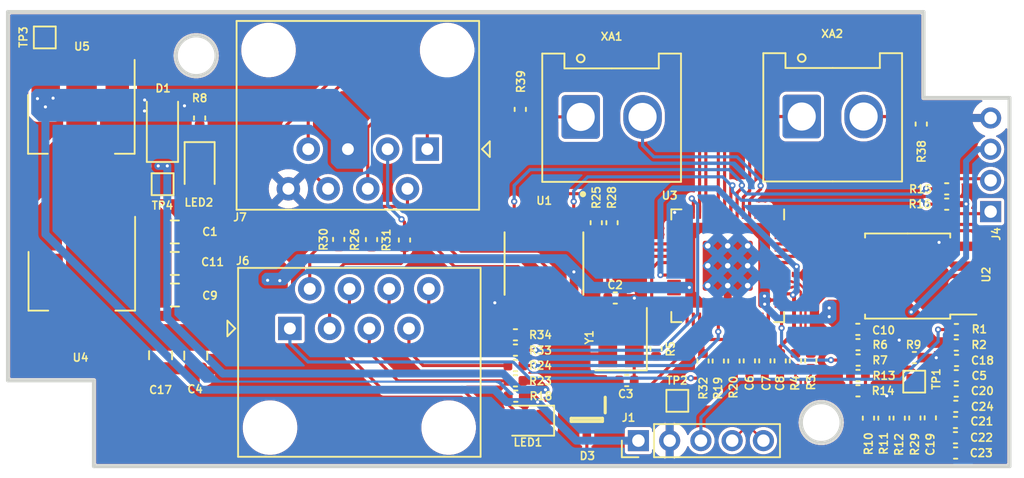
<source format=kicad_pcb>
(kicad_pcb (version 20240108) (generator "pcbnew") (generator_version "8.0")
  (title_block (title "KSS-E") (date "2020-07-13") (rev "REV1") (company "SmartEQ Bilisim"))
  (layers (0 "F.Cu" jumper) (31 "B.Cu" signal) (34 "B.Paste" user) (35 "F.Paste" user) (36 "B.SilkS" user "B.Silkscreen") (37 "F.SilkS" user "F.Silkscreen") (38 "B.Mask" user) (39 "F.Mask" user) (44 "Edge.Cuts" user))
  (net 0 "")
  (net 1 "GND")
  (net 2 "VBUS")
  (net 3 "/XIN")
  (net 4 "/XOUT")
  (net 5 "+3V3")
  (net 6 "+1V1")
  (net 7 "/~{USB_BOOT}")
  (net 8 "RS485_manage")
  (net 9 "/GPIO14")
  (net 10 "/GPIO13")
  (net 11 "/GPIO12")
  (net 12 "/GPIO11")
  (net 13 "+5V")
  (net 14 "GPIO20")
  (net 15 "Net-(J6-Pad7)")
  (net 16 "GPIO9")
  (net 17 "GPIO8")
  (net 18 "/GPIO3")
  (net 19 "/GPIO2")
  (net 20 "/GPIO1")
  (net 21 "/GPIO0")
  (net 22 "/GPIO29_ADC3")
  (net 23 "/GPIO27_ADC1")
  (net 24 "/GPIO26_ADC0")
  (net 25 "GPIO6")
  (net 26 "GPIO7")
  (net 27 "/GPIO28_ADC2")
  (net 28 "MX1")
  (net 29 "MX2")
  (net 30 "MX3")
  (net 31 "MX4")
  (net 32 "GNDREF")
  (net 33 "Net-(J6-Pad2)")
  (net 34 "/RUN")
  (net 35 "/SWD")
  (net 36 "/SWCLK")
  (net 37 "/QSPI_SS")
  (net 38 "/QSPI_SD3")
  (net 39 "/QSPI_SCLK")
  (net 40 "/QSPI_SD0")
  (net 41 "/QSPI_SD2")
  (net 42 "/QSPI_SD1")
  (net 43 "/USB_D+")
  (net 44 "/USB_D-")
  (net 45 "Net-(C3-Pad1)")
  (net 46 "Net-(J6-Pad8)")
  (net 47 "Net-(J6-Pad3)")
  (net 48 "Net-(J6-Pad1)")
  (net 49 "RS485_B")
  (net 50 "RS485_A")
  (net 51 "ADC_VREF")
  (net 52 "Net-(R10-Pad1)")
  (net 53 "Net-(R10-Pad2)")
  (net 54 "Net-(R11-Pad1)")
  (net 55 "MX5")
  (net 56 "TX")
  (net 57 "RX")
  (net 58 "Net-(D3-K)")
  (net 59 "Net-(R12-Pad1)")
  (net 60 "Net-(R19-Pad2)")
  (net 61 "/GPIO16")
  (net 62 "Net-(LED1-Pad2)")
  (net 63 "/GPIO18")
  (net 64 "/GPIO19")
  (net 65 "/GPIO17")
  (net 66 "MX6")
  (net 67 "Net-(U3-ADC_AVDD)")
  (net 68 "Net-(U1-DE)")
  (net 69 "Net-(U3-TESTEN)")
  (net 70 "/USB_+")
  (net 71 "/USB_-")
  (net 72 "Net-(J6-Pad5)")
  (net 73 "Net-(R38-Pad1)")
  (net 74 "Net-(R39-Pad1)")
  (net 76 "VREG")
  (net 77 "Net-(LED2-Pad1)")
  (footprint "Capacitor_SMD:C_0402_1005Metric" (layer "F.Cu") (at 182.786 67.697)
    (property "Reference" "C5")
    (property "Value" "100nF" (hide yes))
  )
  (footprint "Capacitor_SMD:C_0402_1005Metric" (layer "F.Cu") (at 154.886 50.632 90)
    (property "Reference" "R39")
    (property "Value" "27R" (hide yes))
  )
  (footprint "Capacitor_SMD:C_0402_1005Metric" (layer "F.Cu") (at 176.496 65.702)
    (property "Reference" "R6")
    (property "Value" "200R" (hide yes))
  )
  (footprint "Capacitor_SMD:C_0402_1005Metric" (layer "F.Cu") (at 172.496 66.742 90)
    (property "Reference" "R4")
    (property "Value" "27R" (hide yes))
  )
  (footprint "Capacitor_SMD:C_0402_1005Metric" (layer "F.Cu") (at 173.476 66.742 90)
    (property "Reference" "R3")
    (property "Value" "27R" (hide yes))
  )
  (footprint "Capacitor_SMD:C_0402_1005Metric" (layer "F.Cu") (at 176.496 67.682)
    (property "Reference" "R13")
    (property "Value" "10K" (hide yes))
  )
  (footprint "Capacitor_SMD:C_0402_1005Metric" (layer "F.Cu") (at 178.156 70.412 -90)
    (property "Reference" "R11")
    (property "Value" "100R" (hide yes))
  )
  (footprint "Connector_PinHeader_2.00mm:PinHeader_1x05_P2.00mm_Vertical" (layer "F.Cu") (at 162.446 71.852 90)
    (property "Reference" "J1")
    (property "Value" "DNP" (hide yes))
  )
  (footprint "Connector_PinSocket_2.00mm:PinSocket_1x04_P2.00mm_Vertical" (layer "F.Cu") (at 184.986 57.182 180)
    (property "Reference" "J4")
    (property "Value" "DNP" (hide yes))
  )
  (footprint "Capacitor_SMD:C_0402_1005Metric" (layer "F.Cu") (at 182.736 70.687)
    (property "Reference" "C21")
    (property "Value" "100nF" (hide yes))
  )
  (footprint "Capacitor_SMD:C_0402_1005Metric" (layer "F.Cu") (at 160.966 62.712)
    (property "Reference" "C2")
    (property "Value" "27pF" (hide yes))
  )
  (footprint "Footprint Library:SOT65P210X110-3N" (layer "F.Cu") (at 159.146 70.522 -90)
    (property "Reference" "D3")
    (property "Value" "BAT854W" (hide yes))
  )
  (footprint "Capacitor_SMD:C_0402_1005Metric" (layer "F.Cu") (at 147.476 59.002 90)
    (property "Reference" "R31")
    (property "Value" "0R" (hide yes))
  )
  (footprint "LED_SMD:LED_0805_2012Metric" (layer "F.Cu") (at 134.366 54.412 -90)
    (property "Reference" "LED2")
    (property "Value" "Blue Led ")
  )
  (footprint "Capacitor_SMD:C_0402_1005Metric" (layer "F.Cu") (at 159.746 57.892 90)
    (property "Reference" "R25")
    (property "Value" "0R" (hide yes))
  )
  (footprint "Capacitor_SMD:C_0402_1005Metric" (layer "F.Cu") (at 171.516 66.742 -90)
    (property "Reference" "C8")
    (property "Value" "1uF" (hide yes))
  )
  (footprint "Capacitor_SMD:C_0402_1005Metric" (layer "F.Cu") (at 160.756 57.892 -90)
    (property "Reference" "R28")
    (property "Value" "0R" (hide yes))
  )
  (footprint "Capacitor_SMD:C_0402_1005Metric" (layer "F.Cu") (at 180.546 51.572 -90)
    (property "Reference" "R38")
    (property "Value" "27R" (hide yes))
  )
  (footprint "Capacitor_SMD:C_0402_1005Metric" (layer "F.Cu") (at 154.576 68.022)
    (property "Reference" "R23")
    (property "Value" "0R" (hide yes))
  )
  (footprint "Capacitor_SMD:C_0402_1005Metric" (layer "F.Cu") (at 182.176 56.702)
    (property "Reference" "R16")
    (property "Value" "10K" (hide yes))
  )
  (footprint "Capacitor_SMD:C_0402_1005Metric" (layer "F.Cu") (at 154.576 65.072)
    (property "Reference" "R34")
    (property "Value" "0R" (hide yes))
  )
  (footprint "Capacitor_SMD:C_0402_1005Metric" (layer "F.Cu") (at 169.546 66.742 -90)
    (property "Reference" "C6")
    (property "Value" "100nF" (hide yes))
  )
  (footprint "Capacitor_SMD:C_0402_1005Metric" (layer "F.Cu") (at 154.596 69.002 180)
    (property "Reference" "R18")
    (property "Value" "5K" (hide yes))
  )
  (footprint "Capacitor_SMD:C_0402_1005Metric" (layer "F.Cu") (at 182.176 55.722)
    (property "Reference" "R15")
    (property "Value" "10K" (hide yes))
  )
  (footprint "Capacitor_SMD:C_0402_1005Metric" (layer "F.Cu") (at 154.576 67.042)
    (property "Reference" "R24")
    (property "Value" "0R" (hide yes))
  )
  (footprint "Capacitor_SMD:C_0805_2012Metric" (layer "F.Cu") (at 132.776 60.502)
    (property "Reference" "C11")
    (property "Value" "10uF" (hide yes))
  )
  (footprint "Capacitor_SMD:C_0402_1005Metric" (layer "F.Cu") (at 182.786 68.677)
    (property "Reference" "C20")
    (property "Value" "100nF" (hide yes))
  )
  (footprint "Capacitor_SMD:C_0402_1005Metric" (layer "F.Cu") (at 182.786 65.727)
    (property "Reference" "R2")
    (property "Value" "DNP" (hide yes))
  )
  (footprint "Package_SO:SOIC-8_5.23x5.23mm_P1.27mm" (layer "F.Cu") (at 179.676 61.307 180)
    (property "Reference" "U2")
    (property "Value" "W25Q128JVS" (hide yes))
  )
  (footprint "Connector_Hirose:Hirose_DF63M-2P-3.96DSA_1x02_P3.96mm_Vertical" (layer "F.Cu") (at 172.898 51.09)
    (property "Reference" "XA2")
    (property "Value" "B2P-VH(LF)(SN)" (hide yes))
  )
  (footprint "Capacitor_SMD:C_0402_1005Metric" (layer "F.Cu") (at 154.576 66.052)
    (property "Reference" "R33")
    (property "Value" "0R" (hide yes))
  )
  (footprint "TestPoint:TestPoint_Pad_1.0x1.0mm" (layer "F.Cu") (at 164.936 69.302)
    (property "Reference" "TP2")
    (property "Value" "DNP")
  )
  (footprint "Capacitor_SMD:C_0805_2012Metric" (layer "F.Cu") (at 131.866 66.382 -90)
    (property "Reference" "C17")
    (property "Value" "10uF" (hide yes))
  )
  (footprint "Capacitor_SMD:C_0402_1005Metric" (layer "F.Cu") (at 176.506 66.692 180)
    (property "Reference" "R7")
    (property "Value" "1R" (hide yes))
  )
  (footprint "Capacitor_SMD:C_0402_1005Metric" (layer "F.Cu") (at 180.136 70.402 90)
    (property "Reference" "R29")
    (property "Value" "0R" (hide yes))
  )
  (footprint "Capacitor_SMD:C_0402_1005Metric" (layer "F.Cu") (at 143.266 58.962 90)
    (property "Reference" "R30")
    (property "Value" "0R" (hide yes))
  )
  (footprint "Package_TO_SOT_SMD:SOT-223-3_TabPin2" (layer "F.Cu") (at 126.796 51.562 -90)
    (property "Reference" "U5")
    (property "Value" "LM1117-5.0" (hide yes))
  )
  (footprint "Capacitor_SMD:C_0402_1005Metric" (layer "F.Cu") (at 179.136 70.412 90)
    (property "Reference" "R12")
    (property "Value" "100R" (hide yes))
  )
  (footprint "Capacitor_SMD:C_0402_1005Metric" (layer "F.Cu") (at 145.366 58.972 90)
    (property "Reference" "R26")
    (property "Value" "220R" (hide yes))
  )
  (footprint "TestPoint:TestPoint_Pad_1.0x1.0mm" (layer "F.Cu") (at 124.456 46.022 180)
    (property "Reference" "TP3")
    (property "Value" "DNP")
  )
  (footprint "Capacitor_SMD:C_0402_1005Metric" (layer "F.Cu") (at 182.746 72.647)
    (property "Reference" "C23")
    (property "Value" "100nF" (hide yes))
  )
  (footprint "Capacitor_SMD:C_0402_1005Metric" (layer "F.Cu") (at 182.736 71.667)
    (property "Reference" "C22")
    (property "Value" "100nF" (hide yes))
  )
  (footprint "Capacitor_SMD:C_0805_2012Metric" (layer "F.Cu") (at 132.786 62.522)
    (property "Reference" "C9")
    (property "Value" "10uF" (hide yes))
  )
  (footprint "Crystal:Crystal_SMD_3225-4Pin_3.2x2.5mm" (layer "F.Cu") (at 161.336 65.352 90)
    (property "Reference" "Y1")
    (property "Value" "12000Mhz" (hide yes))
  )
  (footprint "Capacitor_SMD:C_0402_1005Metric" (layer "F.Cu") (at 181.126 70.392 90)
    (property "Reference" "C19")
    (property "Value" "100nF" (hide yes))
  )
  (footprint "Capacitor_SMD:C_0805_2012Metric" (layer "F.Cu") (at 134.116 66.402 -90)
    (property "Reference" "C4")
    (property "Value" "10uF" (hide yes))
  )
  (footprint "Package_TO_SOT_SMD:SOT-223-3_TabPin2" (layer "F.Cu") (at 126.826 61.612 -90)
    (property "Reference" "U4")
    (property "Value" "LM1117-3.3" (hide yes))
  )
  (footprint "Capacitor_SMD:C_0402_1005Metric" (layer "F.Cu") (at 163.576 65.972 -90)
    (property "Reference" "R5")
    (property "Value" "1K" (hide yes))
  )
  (footprint "Capacitor_SMD:C_0402_1005Metric" (layer "F.Cu") (at 177.166 70.412 90)
    (property "Reference" "R10")
    (property "Value" "100R" (hide yes))
  )
  (footprint "RP2040_minimal:RP2040-QFN-56" (layer "F.Cu") (at 168.161 60.647 -90)
    (property "Reference" "U3")
    (property "Value" "RP2040" (hide yes))
  )
  (footprint "Diode_SMD:D_SOD-123F" (layer "F.Cu") (at 131.986 51.7895 90)
    (property "Reference" "D1")
    (property "Value" "1N4007")
  )
  (footprint "Capacitor_SMD:C_0402_1005Metric" (layer "F.Cu") (at 182.806 66.717)
    (property "Reference" "C18")
    (property "Value" "100nF" (hide yes))
  )
  (footprint "Capacitor_SMD:C_0805_2012Metric" (layer "F.Cu") (at 132.776 58.482)
    (property "Reference" "C1")
    (property "Value" "10uF" (hide yes))
  )
  (footprint "Capacitor_SMD:C_0402_1005Metric" (layer "F.Cu") (at 176.496 68.662)
    (property "Reference" "R14")
    (property "Value" "10K" (hide yes))
  )
  (footprint "Capacitor_SMD:C_0402_1005Metric" (layer "F.Cu") (at 182.756 69.657)
    (property "Reference" "C24")
    (property "Value" "100nF" (hide yes))
  )
  (footprint "TestPoint:TestPoint_Pad_1.0x1.0mm" (layer "F.Cu") (at 180.096 68.072)
    (property "Reference" "TP1")
    (property "Value" "DNP")
  )
  (footprint "Capacitor_SMD:C_0402_1005Metric" (layer "F.Cu") (at 167.556 66.752 -90)
    (property "Reference" "R19")
    (property "Value" "10K" (hide yes))
  )
  (footprint "Capacitor_SMD:C_0402_1005Metric" (layer "F.Cu") (at 161.696 68.002 180)
    (property "Reference" "C3")
    (property "Value" "27pF" (hide yes))
  )
  (footprint "Connector_Hirose:Hirose_DF63M-2P-3.96DSA_1x02_P3.96mm_Vertical" (layer "F.Cu") (at 158.7514 51.1154)
    (property "Reference" "XA1")
    (property "Value" "B2P-VH(LF)(SN)" (hide yes))
  )
  (footprint "Capacitor_SMD:C_0402_1005Metric" (layer "F.Cu") (at 182.796 64.737 180)
    (property "Reference" "R1")
    (property "Value" "1K" (hide yes))
  )
  (footprint "Capacitor_SMD:C_0402_1005Metric" (layer "F.Cu") (at 166.576 66.752 90)
    (property "Reference" "R32")
    (property "Value" "0R" (hide yes))
  )
  (footprint "Capacitor_SMD:C_0402_1005Metric" (layer "F.Cu") (at 176.486 64.722)
    (property "Reference" "C10")
    (property "Value" "1uF" (hide yes))
  )
  (footprint "LED_SMD:LED_0805_2012Metric" (layer "F.Cu") (at 155.366 70.572 180)
    (property "Reference" "LED1")
    (property "Value" "Red Led " (hide yes))
  )
  (footprint "Capacitor_SMD:C_0402_1005Metric" (layer "F.Cu") (at 170.536 66.742 -90)
    (property "Reference" "C7")
    (property "Value" "100nF" (hide yes))
  )
  (footprint "Capacitor_SMD:C_0402_1005Metric" (layer "F.Cu") (at 168.556 66.752 90)
    (property "Reference" "R20")
    (property "Value" "1K" (hide yes))
  )
  (footprint "Capacitor_SMD:C_0402_1005Metric" (layer "F.Cu") (at 180.106 66.532)
    (property "Reference" "R9")
    (property "Value" "1K")
  )
  (footprint "Connector_RJ:RJ45_Amphenol_54602-x08_Horizontal" (layer "F.Cu") (at 148.9357 53.1793 180)
    (property "Reference" "J7")
    (property "Value" "8P8C" (hide yes))
  )
  (footprint "TestPoint:TestPoint_Pad_1.0x1.0mm" (layer "F.Cu") (at 131.996 55.422 90)
    (property "Reference" "TP4")
    (property "Value" "DNP")
  )
  (footprint "Capacitor_SMD:C_0402_1005Metric" (layer "F.Cu") (at 134.366 51.182 -90)
    (property "Reference" "R8")
    (property "Value" "2K")
  )
  (footprint "Connector_RJ:RJ45_Amphenol_54602-x08_Horizontal" (layer "F.Cu") (at 140.1421 64.6669)
    (property "Reference" "J6")
    (property "Value" "8P8C" (hide yes))
  )
  (footprint "MAX485ESA:SOIC127P600X175-8N" (layer "F.Cu") (at 156.401 60.507 -90)
    (property "Reference" "U1")
    (property "Value" "MAX485E" (hide yes))
  )
  (gr_line (start 127.596 67.992) (end 127.596 73.492) (stroke (width 0.25)) (layer "Edge.Cuts"))
  (gr_line (start 186.196 49.892) (end 186.196 73.492) (stroke (width 0.25)) (layer "Edge.Cuts"))
  (gr_line (start 122.096 67.992) (end 127.596 67.992) (stroke (width 0.25)) (layer "Edge.Cuts"))
  (gr_line (start 122.096 44.392) (end 180.696 44.392) (stroke (width 0.25)) (layer "Edge.Cuts"))
  (gr_line (start 122.096 67.992) (end 122.096 44.392) (stroke (width 0.25)) (layer "Edge.Cuts"))
  (gr_line (start 186.196 49.892) (end 180.696 49.892) (stroke (width 0.25)) (layer "Edge.Cuts"))
  (gr_line (start 186.196 73.492) (end 127.596 73.492) (stroke (width 0.25)) (layer "Edge.Cuts"))
  (gr_line (start 180.696 49.892) (end 180.696 44.392) (stroke (width 0.25)) (layer "Edge.Cuts"))
  (gr_circle (center 174.146 70.692) (end 175.446 70.692) (stroke (width 0.25)) (fill none) (layer "Edge.Cuts"))
  (gr_circle (center 134.146 47.192) (end 135.446 47.192) (stroke (width 0.25)) (fill none) (layer "Edge.Cuts"))
  (segment (start 162.186 64.252) (end 162.186 62.722) (width 0.381) (layer "F.Cu") (net 1))
  (via (at 164.766 57.232) (size 0.4) (drill 0.2) (layers "F.Cu" "B.Cu") (net 1))
  (via (at 181.686 59.152) (size 0.4) (drill 0.2) (layers "F.Cu" "B.Cu") (net 1))
  (via (at 178.336 68.982) (size 0.4) (drill 0.2) (layers "F.Cu" "B.Cu") (net 1))
  (via (at 153.256 63.022) (size 0.4) (drill 0.2) (layers "F.Cu" "B.Cu") (net 1))
  (via (at 181.506 66.542) (size 0.4) (drill 0.2) (layers "F.Cu" "B.Cu") (net 1))
  (via (at 162.186 62.722) (size 0.4) (drill 0.2) (layers "F.Cu" "B.Cu") (net 1))
  (via (at 179.136 65.412) (size 0.4) (drill 0.2) (layers "F.Cu" "B.Cu") (net 1))
  (segment (start 155.926 68.022) (end 155.056 68.022) (width 0.508) (layer "F.Cu") (net 2))
  (segment (start 156.496 68.592) (end 155.926 68.022) (width 0.508) (layer "F.Cu") (net 2))
  (via (at 131.716 54.252) (size 0.4) (drill 0.2) (layers "F.Cu" "B.Cu") (net 2))
  (via (at 156.496 68.592) (size 0.4) (drill 0.2) (layers "F.Cu" "B.Cu") (net 2))
  (via (at 132.296 54.252) (size 0.4) (drill 0.2) (layers "F.Cu" "B.Cu") (net 2))
  (segment (start 132.296 63.992) (end 132.296 54.252) (width 0.508) (layer "B.Cu") (net 2))
  (segment (start 135.856 67.552) (end 132.296 63.992) (width 0.508) (layer "B.Cu") (net 2))
  (segment (start 156.496 68.592) (end 154.826 68.592) (width 0.508) (layer "B.Cu") (net 2))
  (segment (start 154.826 68.592) (end 153.786 67.552) (width 0.508) (layer "B.Cu") (net 2))
  (segment (start 153.786 67.552) (end 135.856 67.552) (width 0.508) (layer "B.Cu") (net 2))
  (segment (start 132.296 54.252) (end 131.716 54.252) (width 0.508) (layer "B.Cu") (net 2))
  (segment (start 160.486 61.112) (end 161.551 60.047) (width 0.2) (layer "F.Cu") (net 3))
  (segment (start 160.486 62.712) (end 160.486 61.112) (width 0.2) (layer "F.Cu") (net 3))
  (segment (start 160.486 62.712) (end 160.486 64.252) (width 0.2) (layer "F.Cu") (net 3))
  (segment (start 161.551 60.047) (end 164.7235 60.047) (width 0.2) (layer "F.Cu") (net 3))
  (segment (start 163.576 65.492) (end 163.296 65.212) (width 0.2) (layer "F.Cu") (net 4))
  (segment (start 163.296 65.212) (end 163.296 60.842) (width 0.2) (layer "F.Cu") (net 4))
  (segment (start 163.296 60.842) (end 163.691 60.447) (width 0.2) (layer "F.Cu") (net 4))
  (segment (start 163.691 60.447) (end 164.7235 60.447) (width 0.2) (layer "F.Cu") (net 4))
  (segment (start 182.656 56.702) (end 182.656 55.722) (width 0.2) (layer "F.Cu") (net 5))
  (segment (start 183.406 56.702) (end 183.416 56.692) (width 0.381) (layer "F.Cu") (net 5))
  (segment (start 158.306 61.052) (end 158.316 61.042) (width 0.508) (layer "F.Cu") (net 5))
  (segment (start 158.306 62.982) (end 158.306 61.052) (width 0.508) (layer "F.Cu") (net 5))
  (segment (start 182.656 56.702) (end 183.406 56.702) (width 0.381) (layer "F.Cu") (net 5))
  (via (at 165.706 62.042) (size 0.4) (drill 0.2) (layers "F.Cu" "B.Cu") (net 5))
  (via (at 174.656 63.352) (size 0.4) (drill 0.2) (layers "F.Cu" "B.Cu") (net 5))
  (via (at 170.516 62.592) (size 0.4) (drill 0.2) (layers "F.Cu" "B.Cu") (net 5))
  (via (at 174.656 63.912) (size 0.4) (drill 0.2) (layers "F.Cu" "B.Cu") (net 5))
  (via (at 183.416 56.692) (size 0.4) (drill 0.2) (layers "F.Cu" "B.Cu") (net 5))
  (via (at 158.316 61.042) (size 0.4) (drill 0.2) (layers "F.Cu" "B.Cu") (net 5))
  (via (at 170.526 63.112) (size 0.4) (drill 0.2) (layers "F.Cu" "B.Cu") (net 5))
  (via (at 138.716 61.582) (size 0.4) (drill 0.2) (layers "F.Cu" "B.Cu") (net 5))
  (via (at 179.906 63.612) (size 0.4) (drill 0.2) (layers "F.Cu" "B.Cu") (net 5))
  (via (at 139.496 61.602) (size 0.4) (drill 0.2) (layers "F.Cu" "B.Cu") (net 5))
  (segment (start 184.186 53.182) (end 184.986 53.182) (width 0.381) (layer "B.Cu") (net 5))
  (segment (start 183.416 56.692) (end 183.416 60.122) (width 0.381) (layer "B.Cu") (net 5))
  (segment (start 183.416 56.692) (end 183.416 53.952) (width 0.381) (layer "B.Cu") (net 5))
  (segment (start 183.416 60.122) (end 179.926 63.612) (width 0.381) (layer "B.Cu") (net 5))
  (segment (start 179.926 63.612) (end 179.906 63.612) (width 0.381) (layer "B.Cu") (net 5))
  (segment (start 174.656 63.912) (end 174.656 63.352) (width 0.2) (layer "B.Cu") (net 5))
  (segment (start 183.416 53.952) (end 184.186 53.182) (width 0.381) (layer "B.Cu") (net 5))
  (segment (start 172.406 64.932) (end 172.406 62.584707) (width 0.254) (layer "F.Cu") (net 6))
  (segment (start 172.406 62.584707) (end 172.33625 62.514957) (width 0.254) (layer "F.Cu") (net 6))
  (segment (start 163.856 61.242) (end 163.861 61.247) (width 0.2) (layer "F.Cu") (net 6))
  (segment (start 172.566 60.702) (end 172.311 60.447) (width 0.2) (layer "F.Cu") (net 6))
  (segment (start 172.311 60.447) (end 171.5985 60.447) (width 0.2) (layer "F.Cu") (net 6))
  (segment (start 171.516 65.822) (end 172.406 64.932) (width 0.254) (layer "F.Cu") (net 6))
  (segment (start 172.268293 62.447) (end 172.33625 62.514957) (width 0.2) (layer "F.Cu") (net 6))
  (segment (start 171.5985 62.447) (end 172.268293 62.447) (width 0.2) (layer "F.Cu") (net 6))
  (segment (start 169.546 66.262) (end 170.536 66.262) (width 0.381) (layer "F.Cu") (net 6))
  (segment (start 163.861 61.247) (end 164.7235 61.247) (width 0.2) (layer "F.Cu") (net 6))
  (segment (start 171.516 66.262) (end 170.536 66.262) (width 0.381) (layer "F.Cu") (net 6))
  (segment (start 171.516 66.262) (end 171.516 65.822) (width 0.254) (layer "F.Cu") (net 6))
  (via (at 172.566 60.702) (size 0.4) (drill 0.2) (layers "F.Cu" "B.Cu") (net 6))
  (via (at 163.856 61.242) (size 0.4) (drill 0.2) (layers "F.Cu" "B.Cu") (net 6))
  (via (at 172.33625 62.514957) (size 0.4) (drill 0.2) (layers "F.Cu" "B.Cu") (net 6))
  (segment (start 172.576 60.712) (end 172.576 62.275207) (width 0.381) (layer "B.Cu") (net 6))
  (segment (start 172.566 60.702) (end 172.576 60.712) (width 0.381) (layer "B.Cu") (net 6))
  (segment (start 172.496 60.702) (end 172.566 60.702) (width 0.381) (layer "B.Cu") (net 6))
  (segment (start 172.576 62.275207) (end 172.33625 62.514957) (width 0.381) (layer "B.Cu") (net 6))
  (segment (start 163.856 56.532) (end 164.696 55.692) (width 0.381) (layer "B.Cu") (net 6))
  (segment (start 164.696 55.692) (end 167.486 55.692) (width 0.381) (layer "B.Cu") (net 6))
  (segment (start 167.486 55.692) (end 172.496 60.702) (width 0.381) (layer "B.Cu") (net 6))
  (segment (start 163.856 61.242) (end 163.856 56.532) (width 0.381) (layer "B.Cu") (net 6))
  (segment (start 181.626 64.737) (end 182.316 64.737) (width 0.2) (layer "F.Cu") (net 7))
  (via (at 181.626 64.737) (size 0.4) (drill 0.2) (layers "F.Cu" "B.Cu") (net 7))
  (segment (start 181.626 64.737) (end 181.626 65.507) (width 0.2) (layer "B.Cu") (net 7))
  (segment (start 181.626 65.507) (end 179.211 67.922) (width 0.2) (layer "B.Cu") (net 7))
  (segment (start 168.891 67.922) (end 168.871 67.942) (width 0.2) (layer "B.Cu") (net 7))
  (segment (start 179.211 67.922) (end 168.891 67.922) (width 0.2) (layer "B.Cu") (net 7))
  (segment (start 168.871 67.942) (end 166.446 70.367) (width 0.2) (layer "B.Cu") (net 7))
  (segment (start 166.446 70.367) (end 166.446 71.852) (width 0.2) (layer "B.Cu") (net 7))
  (segment (start 160.756 58.922) (end 161.081 59.247) (width 0.2) (layer "F.Cu") (net 8))
  (segment (start 160.756 58.372) (end 160.756 58.922) (width 0.2) (layer "F.Cu") (net 8))
  (segment (start 161.081 59.247) (end 164.7235 59.247) (width 0.2) (layer "F.Cu") (net 8))
  (segment (start 166.361 65.167) (end 166.361 64.0845) (width 0.2) (layer "F.Cu") (net 14))
  (segment (start 161.956 69.572) (end 166.361 65.167) (width 0.2) (layer "F.Cu") (net 14))
  (segment (start 159.796 69.572) (end 161.956 69.572) (width 0.2) (layer "F.Cu") (net 14))
  (segment (start 154.096 67.042) (end 148.666 67.042) (width 0.2) (layer "F.Cu") (net 15))
  (segment (start 147.7621 66.1381) (end 147.7621 64.6669) (width 0.2) (layer "F.Cu") (net 15))
  (segment (start 148.666 67.042) (end 147.7621 66.1381) (width 0.2) (layer "F.Cu") (net 15))
  (segment (start 153.181685 49.962) (end 150.076 49.962) (width 0.2) (layer "F.Cu") (net 16))
  (segment (start 163.270314 48.192) (end 154.951686 48.192) (width 0.2) (layer "F.Cu") (net 16))
  (segment (start 154.951686 48.192) (end 153.181685 49.962) (width 0.2) (layer "F.Cu") (net 16))
  (segment (start 166.361 57.2095) (end 166.361 51.282686) (width 0.2) (layer "F.Cu") (net 16))
  (segment (start 148.9357 51.1023) (end 148.9357 53.1793) (width 0.2) (layer "F.Cu") (net 16))
  (segment (start 150.076 49.962) (end 148.9357 51.1023) (width 0.2) (layer "F.Cu") (net 16))
  (segment (start 166.361 51.282686) (end 163.270314 48.192) (width 0.2) (layer "F.Cu") (net 16))
  (segment (start 145.1257 55.7193) (end 145.1257 51.7923) (width 0.2) (layer "F.Cu") (net 17))
  (segment (start 147.356 49.562) (end 153.016 49.562) (width 0.2) (layer "F.Cu") (net 17))
  (segment (start 145.1257 51.7923) (end 147.356 49.562) (width 0.2) (layer "F.Cu") (net 17))
  (segment (start 153.016 49.562) (end 154.786 47.792) (width 0.2) (layer "F.Cu") (net 17))
  (segment (start 163.436 47.792) (end 166.761 51.117) (width 0.2) (layer "F.Cu") (net 17))
  (segment (start 166.761 51.117) (end 166.761 57.2095) (width 0.2) (layer "F.Cu") (net 17))
  (segment (start 154.786 47.792) (end 163.436 47.792) (width 0.2) (layer "F.Cu") (net 17))
  (segment (start 169.565523 52.102477) (end 170.578 51.09) (width 0.2) (layer "F.Cu") (net 18))
  (segment (start 169.161 56.257) (end 169.565523 55.852477) (width 0.2) (layer "F.Cu") (net 18))
  (segment (start 170.578 51.09) (end 172.898 51.09) (width 0.2) (layer "F.Cu") (net 18))
  (segment (start 169.161 57.2095) (end 169.161 56.257) (width 0.2) (layer "F.Cu") (net 18))
  (segment (start 169.565523 55.852477) (end 169.565523 52.102477) (width 0.2) (layer "F.Cu") (net 18))
  (segment (start 170.266 55.742) (end 170.266 55.522) (width 0.2) (layer "F.Cu") (net 19))
  (segment (start 169.561 56.447) (end 169.756 56.252) (width 0.2) (layer "F.Cu") (net 19))
  (segment (start 169.561 57.2095) (end 169.561 56.447) (width 0.2) (layer "F.Cu") (net 19))
  (segment (start 169.756 56.252) (end 170.266 55.742) (width 0.2) (layer "F.Cu") (net 19))
  (via (at 170.266 55.522) (size 0.4) (drill 0.2) (layers "F.Cu" "B.Cu") (net 19))
  (segment (start 163.436 53.672) (end 162.7114 52.9474) (width 0.2) (layer "B.Cu") (net 19))
  (segment (start 170.266 55.182) (end 168.756 53.672) (width 0.2) (layer "B.Cu") (net 19))
  (segment (start 162.7114 52.9474) (end 162.7114 51.1154) (width 0.2) (layer "B.Cu") (net 19))
  (segment (start 170.266 55.522) (end 170.266 55.182) (width 0.2) (layer "B.Cu") (net 19))
  (segment (start 168.756 53.672) (end 163.436 53.672) (width 0.2) (layer "B.Cu") (net 19))
  (segment (start 170.361 64.847) (end 170.361 64.0845) (width 0.2) (layer "F.Cu") (net 22))
  (segment (start 167.556 66.272) (end 168.556 66.272) (width 0.2) (layer "F.Cu") (net 22))
  (segment (start 168.556 66.272) (end 168.556 65.702) (width 0.2) (layer "F.Cu") (net 22))
  (segment (start 169.946 65.262) (end 170.361 64.847) (width 0.2) (layer "F.Cu") (net 22))
  (segment (start 168.996 65.262) (end 169.946 65.262) (width 0.2) (layer "F.Cu") (net 22))
  (segment (start 168.556 65.702) (end 168.996 65.262) (width 0.2) (layer "F.Cu") (net 22))
  (segment (start 139.946 51.622) (end 142.806 48.762) (width 0.2) (layer "F.Cu") (net 25))
  (segment (start 139.946 53.712) (end 139.946 51.622) (width 0.2) (layer "F.Cu") (net 25))
  (segment (start 167.961 51.181314) (end 167.961 57.2095) (width 0.2) (layer "F.Cu") (net 25))
  (segment (start 141.2684 54.402) (end 140.636 54.402) (width 0.2) (layer "F.Cu") (net 25))
  (segment (start 163.771686 46.992) (end 167.961 51.181314) (width 0.2) (layer "F.Cu") (net 25))
  (segment (start 142.5857 55.7193) (end 141.2684 54.402) (width 0.2) (layer "F.Cu") (net 25))
  (segment (start 154.446 46.992) (end 163.771686 46.992) (width 0.2) (layer "F.Cu") (net 25))
  (segment (start 140.636 54.402) (end 139.946 53.712) (width 0.2) (layer "F.Cu") (net 25))
  (segment (start 142.806 48.762) (end 152.676 48.762) (width 0.2) (layer "F.Cu") (net 25))
  (segment (start 152.676 48.762) (end 154.446 46.992) (width 0.2) (layer "F.Cu") (net 25))
  (segment (start 163.606 47.392) (end 154.611686 47.392) (width 0.2) (layer "F.Cu") (net 26))
  (segment (start 167.561 51.347) (end 163.606 47.392) (width 0.2) (layer "F.Cu") (net 26))
  (segment (start 141.3157 51.1323) (end 141.3157 53.1793) (width 0.2) (layer "F.Cu") (net 26))
  (segment (start 167.561 57.2095) (end 167.561 51.347) (width 0.2) (layer "F.Cu") (net 26))
  (segment (start 143.286 49.162) (end 141.3157 51.1323) (width 0.2) (layer "F.Cu") (net 26))
  (segment (start 154.611686 47.392) (end 152.841685 49.162) (width 0.2) (layer "F.Cu") (net 26))
  (segment (start 152.841685 49.162) (end 143.286 49.162) (width 0.2) (layer "F.Cu") (net 26))
  (segment (start 167.556 64.872) (end 167.561 64.867) (width 0.2) (layer "F.Cu") (net 29))
  (segment (start 155.056 67.042) (end 155.786 67.042) (width 0.2) (layer "F.Cu") (net 29))
  (segment (start 167.561 64.867) (end 167.561 64.0845) (width 0.2) (layer "F.Cu") (net 29))
  (via (at 155.786 67.042) (size 0.4) (drill 0.2) (layers "F.Cu" "B.Cu") (net 29))
  (via (at 167.556 64.872) (size 0.4) (drill 0.2) (layers "F.Cu" "B.Cu") (net 29))
  (segment (start 167.556 65.332) (end 167.556 64.872) (width 0.2) (layer "B.Cu") (net 29))
  (segment (start 167.036 65.852) (end 167.556 65.332) (width 0.2) (layer "B.Cu") (net 29))
  (segment (start 155.786 67.042) (end 165.846 67.042) (width 0.2) (layer "B.Cu") (net 29))
  (segment (start 165.846 67.042) (end 167.036 65.852) (width 0.2) (layer "B.Cu") (net 29))
  (segment (start 148.406 63.472) (end 150.986 66.052) (width 0.2) (layer "F.Cu") (net 32))
  (segment (start 150.986 66.052) (end 154.096 66.052) (width 0.2) (layer "F.Cu") (net 32))
  (segment (start 146.816 63.472) (end 148.406 63.472) (width 0.2) (layer "F.Cu") (net 32))
  (segment (start 146.4921 63.1481) (end 146.816 63.472) (width 0.2) (layer "F.Cu") (net 32))
  (segment (start 146.4921 62.1269) (end 146.4921 63.1481) (width 0.2) (layer "F.Cu") (net 32))
  (segment (start 142.016 59.442) (end 143.266 59.442) (width 0.2) (layer "F.Cu") (net 33))
  (segment (start 141.4121 62.1269) (end 141.4121 60.0459) (width 0.2) (layer "F.Cu") (net 33))
  (segment (start 141.4121 60.0459) (end 142.016 59.442) (width 0.2) (layer "F.Cu") (net 33))
  (segment (start 172.128944 58.002) (end 183.945999 58.002) (width 0.2) (layer "F.Cu") (net 37))
  (segment (start 185.166 59.222) (end 185.166 62.922) (width 0.2) (layer "F.Cu") (net 37))
  (segment (start 183.306 64.422) (end 183.276 64.392) (width 0.381) (layer "F.Cu") (net 37))
  (segment (start 183.276 64.392) (end 183.276 63.212) (width 0.381) (layer "F.Cu") (net 37))
  (segment (start 171.5985 58.047) (end 172.083943 58.047) (width 0.2) (layer "F.Cu") (net 37))
  (segment (start 183.306 65.402) (end 183.306 64.422) (width 0.381) (layer "F.Cu") (net 37))
  (segment (start 185.166 62.922) (end 184.876 63.212) (width 0.2) (layer "F.Cu") (net 37))
  (segment (start 183.945999 58.002) (end 185.166 59.222) (width 0.2) (layer "F.Cu") (net 37))
  (segment (start 184.876 63.212) (end 183.276 63.212) (width 0.2) (layer "F.Cu") (net 37))
  (segment (start 183.296 65.412) (end 183.306 65.402) (width 0.381) (layer "F.Cu") (net 37))
  (segment (start 172.083943 58.047) (end 172.128944 58.002) (width 0.2) (layer "F.Cu") (net 37))
  (segment (start 174.513107 61.942) (end 176.076 61.942) (width 0.2) (layer "F.Cu") (net 38))
  (segment (start 172.618107 60.047) (end 174.513107 61.942) (width 0.2) (layer "F.Cu") (net 38))
  (segment (start 171.5985 60.047) (end 172.618107 60.047) (width 0.2) (layer "F.Cu") (net 38))
  (segment (start 174.136 60.672) (end 176.076 60.672) (width 0.2) (layer "F.Cu") (net 39))
  (segment (start 171.5985 59.647) (end 173.111 59.647) (width 0.2) (layer "F.Cu") (net 39))
  (segment (start 173.111 59.647) (end 174.136 60.672) (width 0.2) (layer "F.Cu") (net 39))
  (segment (start 176.076 59.402) (end 175.921 59.247) (width 0.2) (layer "F.Cu") (net 40))
  (segment (start 175.921 59.247) (end 171.5985 59.247) (width 0.2) (layer "F.Cu") (net 40))
  (segment (start 172.460315 58.802) (end 172.415315 58.846999) (width 0.2) (layer "F.Cu") (net 41))
  (segment (start 182.486 60.672) (end 180.616 58.802) (width 0.2) (layer "F.Cu") (net 41))
  (segment (start 183.276 60.672) (end 182.486 60.672) (width 0.2) (layer "F.Cu") (net 41))
  (segment (start 180.616 58.802) (end 172.460315 58.802) (width 0.2) (layer "F.Cu") (net 41))
  (segment (start 172.415315 58.846999) (end 171.5985 58.847) (width 0.2) (layer "F.Cu") (net 41))
  (segment (start 184.766 61.552) (end 184.376 61.942) (width 0.2) (layer "F.Cu") (net 42))
  (segment (start 184.376 61.942) (end 183.276 61.942) (width 0.2) (layer "F.Cu") (net 42))
  (segment (start 171.5985 58.447) (end 172.24963 58.446999) (width 0.2) (layer "F.Cu") (net 42))
  (segment (start 184.766 59.387686) (end 184.766 61.552) (width 0.2) (layer "F.Cu") (net 42))
  (segment (start 172.24963 58.446999) (end 172.294629 58.402) (width 0.2) (layer "F.Cu") (net 42))
  (segment (start 183.780314 58.402) (end 184.766 59.387686) (width 0.2) (layer "F.Cu") (net 42))
  (segment (start 172.294629 58.402) (end 183.780314 58.402) (width 0.2) (layer "F.Cu") (net 42))
  (segment (start 169.596001 70.054133) (end 169.596001 71.002001) (width 0.15) (layer "F.Cu") (net 43))
  (segment (start 172.398134 69.212) (end 170.438134 69.212) (width 0.15) (layer "F.Cu") (net 43))
  (segment (start 173.136 68.474134) (end 172.398134 69.212) (width 0.15) (layer "F.Cu") (net 43))
  (segment (start 173.136 68.027001) (end 173.136 68.474134) (width 0.15) (layer "F.Cu") (net 43))
  (segment (start 173.476 67.222) (end 173.476 67.687001) (width 0.15) (layer "F.Cu") (net 43))
  (segment (start 169.596001 71.002001) (end 170.446 71.852) (width 0.15) (layer "F.Cu") (net 43))
  (segment (start 170.438134 69.212) (end 169.596001 70.054133) (width 0.15) (layer "F.Cu") (net 43))
  (segment (start 173.476 67.687001) (end 173.136 68.027001) (width 0.15) (layer "F.Cu") (net 43))
  (segment (start 172.836 68.027001) (end 172.836 68.349866) (width 0.15) (layer "F.Cu") (net 44))
  (segment (start 172.836 68.349866) (end 172.273866 68.912) (width 0.15) (layer "F.Cu") (net 44))
  (segment (start 172.496 67.222) (end 172.496 67.687001) (width 0.15) (layer "F.Cu") (net 44))
  (segment (start 170.313866 68.912) (end 169.295999 69.929867) (width 0.15) (layer "F.Cu") (net 44))
  (segment (start 172.496 67.687001) (end 172.836 68.027001) (width 0.15) (layer "F.Cu") (net 44))
  (segment (start 172.273866 68.912) (end 170.313866 68.912) (width 0.15) (layer "F.Cu") (net 44))
  (segment (start 169.295999 69.929867) (end 169.295999 71.002001) (width 0.15) (layer "F.Cu") (net 44))
  (segment (start 169.295999 71.002001) (end 168.446 71.852) (width 0.15) (layer "F.Cu") (net 44))
  (segment (start 162.176 68.002) (end 162.176 66.462) (width 0.2) (layer "F.Cu") (net 45))
  (segment (start 162.176 66.462) (end 162.186 66.452) (width 0.2) (layer "F.Cu") (net 45))
  (segment (start 162.186 66.452) (end 163.576 66.452) (width 0.2) (layer "F.Cu") (net 45))
  (segment (start 150.796 65.072) (end 154.096 65.072) (width 0.2) (layer "F.Cu") (net 46))
  (segment (start 149.0321 63.3081) (end 150.796 65.072) (width 0.2) (layer "F.Cu") (net 46))
  (segment (start 149.0321 62.1269) (end 149.0321 63.3081) (width 0.2) (layer "F.Cu") (net 46))
  (segment (start 147.476 60.272) (end 147.476 59.482) (width 0.2) (layer "F.Cu") (net 47))
  (segment (start 143.636 60.502) (end 147.246 60.502) (width 0.2) (layer "F.Cu") (net 47))
  (segment (start 142.6821 64.6669) (end 142.6821 61.4559) (width 0.2) (layer "F.Cu") (net 47))
  (segment (start 142.6821 61.4559) (end 143.636 60.502) (width 0.2) (layer "F.Cu") (net 47))
  (segment (start 147.246 60.502) (end 147.476 60.272) (width 0.2) (layer "F.Cu") (net 47))
  (segment (start 166.386 67.852) (end 166.576 67.662) (width 0.2) (layer "F.Cu") (net 48))
  (segment (start 166.576 67.662) (end 166.576 67.232) (width 0.2) (layer "F.Cu") (net 48))
  (segment (start 165.796 67.852) (end 166.386 67.852) (width 0.2) (layer "F.Cu") (net 48))
  (via (at 165.796 67.852) (size 0.4) (drill 0.2) (layers "F.Cu" "B.Cu") (net 48))
  (segment (start 154.426 66.812) (end 141.306 66.812) (width 0.2) (layer "B.Cu") (net 48))
  (segment (start 140.1421 65.6481) (end 140.1421 64.6669) (width 0.2) (layer "B.Cu") (net 48))
  (segment (start 165.796 67.852) (end 155.466 67.852) (width 0.2) (layer "B.Cu") (net 48))
  (segment (start 141.306 66.812) (end 140.1421 65.6481) (width 0.2) (layer "B.Cu") (net 48))
  (segment (start 155.466 67.852) (end 154.426 66.812) (width 0.2) (layer "B.Cu") (net 48))
  (segment (start 145.356 58.482) (end 145.366 58.492) (width 0.2) (layer "F.Cu") (net 49))
  (segment (start 145.366 57.632) (end 146.1463 56.8517) (width 0.2) (layer "F.Cu") (net 49))
  (segment (start 143.266 58.482) (end 145.356 58.482) (width 0.2) (layer "F.Cu") (net 49))
  (segment (start 155.936 60.112) (end 150.926 60.112) (width 0.2) (layer "F.Cu") (net 49))
  (segment (start 146.1463 56.8517) (end 147.6657 56.8517) (width 0.2) (layer "F.Cu") (net 49))
  (segment (start 150.926 60.112) (end 147.6657 56.8517) (width 0.2) (layer "F.Cu") (net 49))
  (segment (start 147.6657 56.8517) (end 147.6657 55.7193) (width 0.2) (layer "F.Cu") (net 49))
  (segment (start 145.366 58.492) (end 145.366 57.632) (width 0.2) (layer "F.Cu") (net 49))
  (segment (start 157.036 61.212) (end 155.936 60.112) (width 0.2) (layer "F.Cu") (net 49))
  (segment (start 157.036 62.982) (end 157.036 61.212) (width 0.2) (layer "F.Cu") (net 49))
  (segment (start 145.366 59.452) (end 145.866 59.452) (width 0.2) (layer "F.Cu") (net 50))
  (segment (start 148.496 58.522) (end 147.476 58.522) (width 0.2) (layer "F.Cu") (net 50))
  (segment (start 150.676 60.702) (end 148.496 58.522) (width 0.2) (layer "F.Cu") (net 50))
  (segment (start 155.766 62.982) (end 155.766 61.722) (width 0.2) (layer "F.Cu") (net 50))
  (segment (start 147.286 57.672) (end 147.476 57.862) (width 0.2) (layer "F.Cu") (net 50))
  (segment (start 145.866 59.452) (end 146.796 58.522) (width 0.2) (layer "F.Cu") (net 50))
  (segment (start 154.746 60.702) (end 150.676 60.702) (width 0.2) (layer "F.Cu") (net 50))
  (segment (start 147.476 57.862) (end 147.476 58.522) (width 0.2) (layer "F.Cu") (net 50))
  (segment (start 155.766 61.722) (end 154.746 60.702) (width 0.2) (layer "F.Cu") (net 50))
  (segment (start 146.796 58.522) (end 147.476 58.522) (width 0.2) (layer "F.Cu") (net 50))
  (via (at 147.286 57.672) (size 0.4) (drill 0.2) (layers "F.Cu" "B.Cu") (net 50))
  (segment (start 146.3957 53.1793) (end 146.3957 56.7817) (width 0.2) (layer "B.Cu") (net 50))
  (segment (start 146.3957 56.7817) (end 147.286 57.672) (width 0.2) (layer "B.Cu") (net 50))
  (segment (start 176.986 66.692) (end 176.986 67.672) (width 0.2) (layer "F.Cu") (net 51))
  (segment (start 179.536 66.622) (end 177.056 66.622) (width 0.2) (layer "F.Cu") (net 51))
  (segment (start 176.976 67.682) (end 176.976 68.662) (width 0.2) (layer "F.Cu") (net 51))
  (segment (start 176.986 65.712) (end 176.976 65.702) (width 0.2) (layer "F.Cu") (net 51))
  (segment (start 176.986 67.672) (end 176.976 67.682) (width 0.2) (layer "F.Cu") (net 51))
  (segment (start 179.626 66.532) (end 179.536 66.622) (width 0.2) (layer "F.Cu") (net 51))
  (segment (start 176.986 66.692) (end 176.986 65.712) (width 0.2) (layer "F.Cu") (net 51))
  (segment (start 177.056 66.622) (end 176.986 66.692) (width 0.2) (layer "F.Cu") (net 51))
  (segment (start 178.156 70.892) (end 177.166 70.892) (width 0.2) (layer "F.Cu") (net 52))
  (segment (start 176.046 67.367) (end 176.046 69.287) (width 0.2) (layer "F.Cu") (net 53))
  (segment (start 176.046 69.287) (end 176.691 69.932) (width 0.2) (layer "F.Cu") (net 53))
  (segment (start 176.691 69.932) (end 177.166 69.932) (width 0.2) (layer "F.Cu") (net 53))
  (segment (start 178.156 69.932) (end 179.136 69.932) (width 0.2) (layer "F.Cu") (net 54))
  (segment (start 168.00736 65.372) (end 168.761 64.61836) (width 0.2) (layer "F.Cu") (net 55))
  (segment (start 166.576 65.722) (end 166.926 65.372) (width 0.2) (layer "F.Cu") (net 55))
  (segment (start 166.576 66.272) (end 166.576 65.722) (width 0.2) (layer "F.Cu") (net 55))
  (segment (start 166.926 65.372) (end 168.00736 65.372) (width 0.2) (layer "F.Cu") (net 55))
  (segment (start 168.761 64.61836) (end 168.761 64.0845) (width 0.2) (layer "F.Cu") (net 55))
  (segment (start 181.906 55.072) (end 184.876 55.072) (width 0.2) (layer "F.Cu") (net 56))
  (segment (start 169.065523 55.672477) (end 168.761 55.977) (width 0.2) (layer "F.Cu") (net 56))
  (segment (start 181.696 55.282) (end 181.906 55.072) (width 0.2) (layer "F.Cu") (net 56))
  (segment (start 181.696 55.722) (end 180.866 55.722) (width 0.2) (layer "F.Cu") (net 56))
  (segment (start 154.496 56.532) (end 154.496 58.032) (width 0.2) (layer "F.Cu") (net 56))
  (segment (start 181.696 55.722) (end 181.696 55.282) (width 0.2) (layer "F.Cu") (net 56))
  (segment (start 184.876 55.072) (end 184.986 55.182) (width 0.2) (layer "F.Cu") (net 56))
  (segment (start 168.761 55.977) (end 168.761 57.2095) (width 0.2) (layer "F.Cu") (net 56))
  (segment (start 169.065523 55.502) (end 169.065523 55.672477) (width 0.2) (layer "F.Cu") (net 56))
  (segment (start 180.866 55.722) (end 180.856 55.712) (width 0.2) (layer "F.Cu") (net 56))
  (via (at 154.496 56.532) (size 0.4) (drill 0.2) (layers "F.Cu" "B.Cu") (net 56))
  (via (at 169.065523 55.502) (size 0.4) (drill 0.2) (layers "F.Cu" "B.Cu") (net 56))
  (via (at 180.856 55.712) (size 0.4) (drill 0.2) (layers "F.Cu" "B.Cu") (net 56))
  (segment (start 169.376 56.052) (end 180.516 56.052) (width 0.2) (layer "B.Cu") (net 56))
  (segment (start 168.256 54.492) (end 155.506 54.492) (width 0.2) (layer "B.Cu") (net 56))
  (segment (start 169.065523 55.741523) (end 169.376 56.052) (width 0.2) (layer "B.Cu") (net 56))
  (segment (start 169.065523 55.502) (end 169.065523 55.741523) (width 0.2) (layer "B.Cu") (net 56))
  (segment (start 154.496 55.502) (end 154.496 56.532) (width 0.2) (layer "B.Cu") (net 56))
  (segment (start 169.065523 55.502) (end 169.065523 55.301523) (width 0.2) (layer "B.Cu") (net 56))
  (segment (start 180.516 56.052) (end 180.856 55.712) (width 0.2) (layer "B.Cu") (net 56))
  (segment (start 169.065523 55.301523) (end 168.256 54.492) (width 0.2) (layer "B.Cu") (net 56))
  (segment (start 155.506 54.492) (end 154.496 55.502) (width 0.2) (layer "B.Cu") (net 56))
  (segment (start 168.461 55.502759) (end 168.361 55.602759) (width 0.2) (layer "F.Cu") (net 57))
  (segment (start 168.361 55.602759) (end 168.361 57.2095) (width 0.2) (layer "F.Cu") (net 57))
  (segment (start 181.916 57.312) (end 184.856 57.312) (width 0.2) (layer "F.Cu") (net 57))
  (segment (start 158.306 58.032) (end 158.306 56.532) (width 0.2) (layer "F.Cu") (net 57))
  (segment (start 181.696 56.702) (end 180.866 56.702) (width 0.2) (layer "F.Cu") (net 57))
  (segment (start 181.696 57.092) (end 181.916 57.312) (width 0.2) (layer "F.Cu") (net 57))
  (segment (start 181.696 56.702) (end 181.696 57.092) (width 0.2) (layer "F.Cu") (net 57))
  (segment (start 184.856 57.312) (end 184.986 57.182) (width 0.2) (layer "F.Cu") (net 57))
  (via (at 168.461 55.502759) (size 0.4) (drill 0.2) (layers "F.Cu" "B.Cu") (net 57))
  (via (at 180.866 56.702) (size 0.4) (drill 0.2) (layers "F.Cu" "B.Cu") (net 57))
  (via (at 158.306 56.532) (size 0.4) (drill 0.2) (layers "F.Cu" "B.Cu") (net 57))
  (segment (start 158.306 55.852) (end 158.306 56.532) (width 0.2) (layer "B.Cu") (net 57))
  (segment (start 167.836 54.952) (end 159.206 54.952) (width 0.2) (layer "B.Cu") (net 57))
  (segment (start 168.461 55.502759) (end 168.386759 55.502759) (width 0.2) (layer "B.Cu") (net 57))
  (segment (start 169.026 56.452) (end 180.616 56.452) (width 0.2) (layer "B.Cu") (net 57))
  (segment (start 159.206 54.952) (end 158.306 55.852) (width 0.2) (layer "B.Cu") (net 57))
  (segment (start 168.461 55.887) (end 169.026 56.452) (width 0.2) (layer "B.Cu") (net 57))
  (segment (start 168.461 55.502759) (end 168.461 55.887) (width 0.2) (layer "B.Cu") (net 57))
  (segment (start 180.616 56.452) (end 180.866 56.702) (width 0.2) (layer "B.Cu") (net 57))
  (segment (start 168.386759 55.502759) (end 167.836 54.952) (width 0.2) (layer "B.Cu") (net 57))
  (segment (start 158.806 72.752) (end 159.146 72.412) (width 0.2) (layer "F.Cu") (net 58))
  (segment (start 146.156 68.672) (end 151.286 68.672) (width 0.2) (layer "F.Cu") (net 58))
  (segment (start 159.146 72.412) (end 159.146 71.472) (width 0.2) (layer "F.Cu") (net 58))
  (segment (start 143.9521 62.1269) (end 143.9521 66.4681) (width 0.2) (layer "F.Cu") (net 58))
  (segment (start 143.9521 66.4681) (end 146.156 68.672) (width 0.2) (layer "F.Cu") (net 58))
  (segment (start 152.736 71.342) (end 154.146 72.752) (width 0.2) (layer "F.Cu") (net 58))
  (segment (start 154.146 72.752) (end 158.806 72.752) (width 0.2) (layer "F.Cu") (net 58))
  (segment (start 151.286 68.672) (end 152.736 70.122) (width 0.2) (layer "F.Cu") (net 58))
  (segment (start 152.736 70.122) (end 152.736 71.342) (width 0.2) (layer "F.Cu") (net 58))
  (segment (start 179.136 70.892) (end 179.166 70.892) (width 0.2) (layer "F.Cu") (net 59))
  (segment (start 180.096 68.072) (end 180.136 68.112) (width 0.2) (layer "F.Cu") (net 59))
  (segment (start 179.166 70.892) (end 180.136 69.922) (width 0.2) (layer "F.Cu") (net 59))
  (segment (start 180.136 68.112) (end 180.136 69.922) (width 0.2) (layer "F.Cu") (net 59))
  (segment (start 167.556 68.702) (end 167.556 67.232) (width 0.2) (layer "F.Cu") (net 60))
  (segment (start 166.956 69.302) (end 167.556 68.702) (width 0.2) (layer "F.Cu") (net 60))
  (segment (start 164.936 69.302) (end 166.956 69.302) (width 0.2) (layer "F.Cu") (net 60))
  (segment (start 154.116 69.532) (end 154.116 69.002) (width 0.2) (layer "F.Cu") (net 62))
  (segment (start 154.4285 70.572) (end 154.4285 69.8445) (width 0.2) (layer "F.Cu") (net 62))
  (segment (start 154.4285 69.8445) (end 154.116 69.532) (width 0.2) (layer "F.Cu") (net 62))
  (segment (start 155.856 66.052) (end 155.866 66.062) (width 0.2) (layer "F.Cu") (net 66))
  (segment (start 165.961 56.442) (end 165.961 57.2095) (width 0.2) (layer "F.Cu") (net 66))
  (segment (start 165.861 56.342) (end 165.961 56.442) (width 0.2) (layer "F.Cu") (net 66))
  (segment (start 155.056 66.052) (end 155.856 66.052) (width 0.2) (layer "F.Cu") (net 66))
  (via (at 155.866 66.062) (size 0.4) (drill 0.2) (layers "F.Cu" "B.Cu") (net 66))
  (via (at 165.861 56.342) (size 0.4) (drill 0.2) (layers "F.Cu" "B.Cu") (net 66))
  (segment (start 165.861 56.342) (end 166.236 56.717) (width 0.2) (layer "B.Cu") (net 66))
  (segment (start 166.236 63.752) (end 163.926 66.062) (width 0.2) (layer "B.Cu") (net 66))
  (segment (start 166.236 56.717) (end 166.236 63.752) (width 0.2) (layer "B.Cu") (net 66))
  (segment (start 163.926 66.062) (end 155.866 66.062) (width 0.2) (layer "B.Cu") (net 66))
  (segment (start 171.606 63.2545) (end 171.5985 63.247) (width 0.2) (layer "F.Cu") (net 67))
  (segment (start 174.766 66.692) (end 176.026 66.692) (width 0.2) (layer "F.Cu") (net 67))
  (segment (start 171.606 64.642) (end 171.606 63.2545) (width 0.2) (layer "F.Cu") (net 67))
  (via (at 174.766 66.692) (size 0.4) (drill 0.2) (layers "F.Cu" "B.Cu") (net 67))
  (via (at 171.606 64.642) (size 0.4) (drill 0.2) (layers "F.Cu" "B.Cu") (net 67))
  (segment (start 172.686 66.692) (end 174.766 66.692) (width 0.2) (layer "B.Cu") (net 67))
  (segment (start 171.606 65.612) (end 172.686 66.692) (width 0.2) (layer "B.Cu") (net 67))
  (segment (start 171.606 64.642) (end 171.606 65.612) (width 0.2) (layer "B.Cu") (net 67))
  (segment (start 155.766 58.032) (end 157.036 58.032) (width 0.2) (layer "F.Cu") (net 68))
  (segment (start 157.036 56.662) (end 157.666 56.032) (width 0.2) (layer "F.Cu") (net 68))
  (segment (start 160.166 56.032) (end 160.756 56.622) (width 0.2) (layer "F.Cu") (net 68))
  (segment (start 160.756 56.622) (end 160.756 57.412) (width 0.2) (layer "F.Cu") (net 68))
  (segment (start 157.666 56.032) (end 160.166 56.032) (width 0.2) (layer "F.Cu") (net 68))
  (segment (start 157.036 58.032) (end 157.036 56.662) (width 0.2) (layer "F.Cu") (net 68))
  (segment (start 159.746 58.372) (end 159.746 58.962) (width 0.2) (layer "F.Cu") (net 69))
  (segment (start 160.431 59.647) (end 164.7235 59.647) (width 0.2) (layer "F.Cu") (net 69))
  (segment (start 159.746 58.962) (end 160.431 59.647) (width 0.2) (layer "F.Cu") (net 69))
  (segment (start 173.476 65.796999) (end 173.136 65.456999) (width 0.15) (layer "F.Cu") (net 70))
  (segment (start 172.304751 61.697) (end 172.254751 61.647) (width 0.15) (layer "F.Cu") (net 70))
  (segment (start 172.633134 61.697) (end 172.304751 61.697) (width 0.15) (layer "F.Cu") (net 70))
  (segment (start 173.136 62.199866) (end 172.633134 61.697) (width 0.15) (layer "F.Cu") (net 70))
  (segment (start 173.136 65.456999) (end 173.136 62.199866) (width 0.15) (layer "F.Cu") (net 70))
  (segment (start 173.476 66.262) (end 173.476 65.796999) (width 0.15) (layer "F.Cu") (net 70))
  (segment (start 172.254751 61.647) (end 171.5985 61.647) (width 0.15) (layer "F.Cu") (net 70))
  (segment (start 172.836 62.324134) (end 172.508866 61.997) (width 0.15) (layer "F.Cu") (net 71))
  (segment (start 172.496 65.796999) (end 172.836 65.456999) (width 0.15) (layer "F.Cu") (net 71))
  (segment (start 172.304751 61.997) (end 172.254751 62.047) (width 0.15) (layer "F.Cu") (net 71))
  (segment (start 172.836 65.456999) (end 172.836 62.324134) (width 0.15) (layer "F.Cu") (net 71))
  (segment (start 172.508866 61.997) (end 172.304751 61.997) (width 0.15) (layer "F.Cu") (net 71))
  (segment (start 172.496 66.262) (end 172.496 65.796999) (width 0.15) (layer "F.Cu") (net 71))
  (segment (start 172.254751 62.047) (end 171.5985 62.047) (width 0.15) (layer "F.Cu") (net 71))
  (segment (start 145.2221 64.6669) (end 145.2221 66.1881) (width 0.2) (layer "F.Cu") (net 72))
  (segment (start 145.2221 66.1881) (end 147.056 68.022) (width 0.2) (layer "F.Cu") (net 72))
  (segment (start 147.056 68.022) (end 154.096 68.022) (width 0.2) (layer "F.Cu") (net 72))
  (segment (start 180.546 51.092) (end 176.86 51.092) (width 0.2) (layer "F.Cu") (net 73))
  (segment (start 176.86 51.092) (end 176.858 51.09) (width 0.2) (layer "F.Cu") (net 73))
  (segment (start 154.886 51.112) (end 158.748 51.112) (width 0.2) (layer "F.Cu") (net 74))
  (segment (start 158.748 51.112) (end 158.7514 51.1154) (width 0.2) (layer "F.Cu") (net 74))
  (segment (start 155.616 69.002) (end 155.996 69.382) (width 0.508) (layer "F.Cu") (net 76))
  (segment (start 155.076 69.002) (end 155.616 69.002) (width 0.508) (layer "F.Cu") (net 76))
  (via (at 124.496 50.472) (size 0.4) (drill 0.2) (layers "F.Cu" "B.Cu") (net 76))
  (via (at 130.846 50.032) (size 0.4) (drill 0.2) (layers "F.Cu" "B.Cu") (net 76))
  (via (at 130.836 50.732) (size 0.4) (drill 0.2) (layers "F.Cu" "B.Cu") (net 76))
  (via (at 124.986 49.912) (size 0.4) (drill 0.2) (layers "F.Cu" "B.Cu") (net 76))
  (via (at 133.396 50.402) (size 0.4) (drill 0.2) (layers "F.Cu" "B.Cu") (net 76))
  (via (at 123.986 49.942) (size 0.4) (drill 0.2) (layers "F.Cu" "B.Cu") (net 76))
  (via (at 155.996 69.382) (size 0.4) (drill 0.2) (layers "F.Cu" "B.Cu") (net 76))
  (segment (start 134.466 68.592) (end 133.206 67.332) (width 0.508) (layer "B.Cu") (net 76))
  (segment (start 124.496 58.622) (end 124.496 50.472) (width 0.508) (layer "B.Cu") (net 76))
  (segment (start 155.996 69.382) (end 154.016 69.382) (width 0.508) (layer "B.Cu") (net 76))
  (segment (start 153.226 68.592) (end 151.156 68.592) (width 0.508) (layer "B.Cu") (net 76))
  (segment (start 151.156 68.592) (end 134.466 68.592) (width 0.508) (layer "B.Cu") (net 76))
  (segment (start 133.206 67.332) (end 124.496 58.622) (width 0.508) (layer "B.Cu") (net 76))
  (segment (start 158.466 71.852) (end 162.446 71.852) (width 0.508) (layer "B.Cu") (net 76))
  (segment (start 153.536 68.902) (end 153.226 68.592) (width 0.508) (layer "B.Cu") (net 76))
  (segment (start 155.996 69.382) (end 158.466 71.852) (width 0.508) (layer "B.Cu") (net 76))
  (segment (start 154.016 69.382) (end 153.536 68.902) (width 0.508) (layer "B.Cu") (net 76))
  (segment (start 134.366 51.662) (end 134.366 53.4745) (width 0.508) (layer "F.Cu") (net 77))
  (zone (net 2) (net_name "VBUS") (layer "F.Cu") (priority 31) (connect_pads yes (clearance 0.2)) (min_thickness 0.15) (fill yes (thermal_gap 0.5) (thermal_bridge_width 0.5))
    (polygon (pts (xy 135.486 54.742) (xy 135.306 54.562) (xy 133.366 54.562) (xy 132.796 53.992) (xy 132.796 52.582) (xy 132.576 52.362) (xy 131.476 52.362) (xy 131.276 52.562) (xy 131.276 55.792) (xy 131.666 56.182) (xy 135.296 56.182) (xy 135.486 55.992)))
  )
  (zone (net 76) (net_name "VREG") (layer "F.Cu") (priority 33) (connect_pads yes (clearance 0.2)) (min_thickness 0.1) (fill yes (thermal_gap 0.5) (thermal_bridge_width 0.5))
    (polygon (pts (xy 134.706 50.302) (xy 134.926 50.522) (xy 134.926 50.942) (xy 134.686 51.182) (xy 130.576 51.182) (xy 130.426 51.032) (xy 130.426 49.762) (xy 130.486 49.702) (xy 134.016 49.702) (xy 134.216 49.902) (xy 134.216 50.132) (xy 134.386 50.302)))
  )
  (zone (net 13) (net_name "+5V") (layer "F.Cu") (priority 13) (connect_pads yes (clearance 0.2)) (min_thickness 0.15) (fill yes (thermal_gap 0.5) (thermal_bridge_width 0.5) (island_removal_mode 1) (island_area_min 10))
    (polygon (pts (xy 125.836 47.462) (xy 126.076 47.222) (xy 127.586 47.222) (xy 127.786 47.422) (xy 127.786 52.822) (xy 130.036 55.072) (xy 130.044148 55.070148) (xy 132.566 57.592) (xy 132.566 63.092) (xy 132.326 63.332) (xy 131.356 63.332) (xy 130.966 62.942) (xy 130.966 57.502) (xy 129.826 56.362) (xy 126.216 56.362) (xy 125.556 57.022) (xy 125.556 59.432) (xy 125.316 59.672) (xy 123.846 59.672) (xy 123.606 59.432) (xy 123.606 57.212) (xy 124.716 56.102) (xy 124.716 52.942) (xy 125.836 51.822)))
  )
  (zone (net 5) (net_name "+3V3") (layer "F.Cu") (priority 16) (connect_pads yes (clearance 0.2)) (min_thickness 0.15) (fill yes (thermal_gap 0.5) (thermal_bridge_width 0.5))
    (polygon (pts (xy 167.186 62.742) (xy 166.526 62.742) (xy 166.086 62.302) (xy 166.086 58.902) (xy 166.446 58.542) (xy 169.726 58.542) (xy 170.116 58.932) (xy 170.116 63.222) (xy 170.236 63.342) (xy 170.476 63.342) (xy 170.656 63.522) (xy 170.656 64.492) (xy 170.686 64.522) (xy 170.826 64.522) (xy 170.866 64.482) (xy 170.866 63.042) (xy 170.956 62.952) (xy 172.006 62.952) (xy 172.056 62.902) (xy 172.056 62.792) (xy 172.006 62.742) (xy 170.946 62.742) (xy 170.856 62.652) (xy 170.856 61.482) (xy 170.986 61.352) (xy 171.996 61.352) (xy 172.056 61.292) (xy 172.056 60.792) (xy 172.006 60.742) (xy 171.036 60.742) (xy 170.866 60.572) (xy 170.866 56.812) (xy 170.816 56.762) (xy 170.706 56.762) (xy 170.666 56.802) (xy 170.666 57.812) (xy 170.566 57.912) (xy 167.396 57.912) (xy 167.256 57.772) (xy 167.256 56.792) (xy 167.236 56.772) (xy 167.096 56.772) (xy 167.066 56.802) (xy 167.066 57.772) (xy 166.946 57.892) (xy 165.766 57.892) (xy 165.476 58.182) (xy 165.476 60.612) (xy 165.346 60.742) (xy 164.306 60.742) (xy 164.266 60.782) (xy 164.266 60.912) (xy 164.296 60.942) (xy 165.366 60.942) (xy 165.446 61.022) (xy 165.446 63.002) (xy 165.776 63.332) (xy 166.926 63.332) (xy 167.056 63.462) (xy 167.056 64.542) (xy 167.106 64.592) (xy 167.206 64.592) (xy 167.266 64.532) (xy 167.266 62.822)))
  )
  (zone (net 5) (net_name "+3V3") (layer "F.Cu") (priority 14) (connect_pads yes (clearance 0.2)) (min_thickness 0.15) (fill yes (thermal_gap 0.5) (thermal_bridge_width 0.5))
    (polygon (pts (xy 126.046 57.072) (xy 125.816 57.302) (xy 125.816 60.722) (xy 124.606 61.932) (xy 124.606 65.832) (xy 124.866 66.092) (xy 136.006 66.092) (xy 136.406 65.692) (xy 136.406 65.142) (xy 138.146 63.402) (xy 138.876 63.402) (xy 140.006 62.272) (xy 140.006 60.642) (xy 139.116 59.752) (xy 137.746 59.752) (xy 135.176 62.322) (xy 135.176 63.922) (xy 134.706 64.392) (xy 130.996 64.392) (xy 127.936 61.332) (xy 127.936 57.312) (xy 127.696 57.072)))
  )
  (zone (net 5) (net_name "+3V3") (layer "F.Cu") (priority 15) (connect_pads yes (clearance 0.2)) (min_thickness 0.15) (fill yes (thermal_gap 0.5) (thermal_bridge_width 0.5))
    (polygon (pts (xy 174.576 62.822) (xy 174.216 63.182) (xy 174.216 63.972) (xy 175.576 65.332) (xy 175.576 66.012) (xy 175.706 66.142) (xy 176.266 66.142) (xy 176.486 65.922) (xy 176.486 64.312) (xy 176.656 64.142) (xy 180.146 64.142) (xy 180.596 64.592) (xy 180.596 65.502) (xy 181.006 65.912) (xy 181.606 65.912) (xy 181.616 65.902) (xy 181.916 66.202) (xy 181.916 70.302) (xy 181.676 70.542) (xy 179.886 70.542) (xy 179.796 70.632) (xy 179.796 71.182) (xy 179.886 71.272) (xy 181.556 71.272) (xy 181.856 71.572) (xy 181.856 72.792) (xy 182.056 72.992) (xy 182.476 72.992) (xy 182.786 72.682) (xy 182.786 65.382) (xy 182.636 65.232) (xy 181.536 65.232) (xy 181.296 64.992) (xy 181.296 64.422) (xy 179.696 62.822)))
  )
  (zone (net 76) (net_name "VREG") (layer "F.Cu") (priority 34) (connect_pads yes (clearance 0.2)) (min_thickness 0.15) (fill yes (thermal_gap 0.5) (thermal_bridge_width 0.5))
    (polygon (pts (xy 123.926 45.272) (xy 123.606 45.592) (xy 123.606 50.932) (xy 123.896 51.222) (xy 125.166 51.222) (xy 125.426 50.962) (xy 125.426 45.602) (xy 125.096 45.272)))
  )
  (zone (net 1) (net_name "GND") (layers "F&B.Cu") (connect_pads (clearance 0.2)) (min_thickness 0.1) (fill yes (thermal_gap 0.508) (thermal_bridge_width 0.508))
    (polygon (pts (xy 187.122 74.254) (xy 121.59 74.254) (xy 121.59 44.028) (xy 187.122 44.028)))
  )
  (zone (net 76) (net_name "VREG") (layer "B.Cu") (priority 32) (connect_pads yes (clearance 0.2)) (min_thickness 0.15) (fill yes (thermal_gap 0.5) (thermal_bridge_width 0.5))
    (polygon (pts (xy 142.766 54.052) (xy 143.146 54.432) (xy 144.836 54.432) (xy 145.116 54.152) (xy 145.116 51.302) (xy 143.136 49.322) (xy 123.846 49.322) (xy 123.586 49.582) (xy 123.586 50.922) (xy 124.076 51.412) (xy 141.606 51.412) (xy 142.766 52.572)))
  )
  (zone (net 5) (net_name "+3V3") (layer "B.Cu") (priority 18) (connect_pads yes (clearance 0.2)) (min_thickness 0.15) (fill yes (thermal_gap 0.5) (thermal_bridge_width 0.5))
    (polygon (pts (xy 170.176 62.442) (xy 170.176 63.192) (xy 171.336 64.352) (xy 174.856 64.352) (xy 175.116 64.092) (xy 175.116 63.062) (xy 174.926 62.872) (xy 174.416 62.872) (xy 174.216 63.072) (xy 174.216 63.552) (xy 173.986 63.782) (xy 171.436 63.782) (xy 170.866 63.212) (xy 170.866 62.452) (xy 170.726 62.312) (xy 170.306 62.312)))
  )
  (zone (net 5) (net_name "+3V3") (layer "B.Cu") (priority 17) (connect_pads yes (clearance 0.2)) (min_thickness 0.15) (fill yes (thermal_gap 0.5) (thermal_bridge_width 0.5))
    (polygon (pts (xy 138.506 61.902) (xy 138.336 61.732) (xy 138.336 61.312) (xy 138.546 61.102) (xy 139.396 61.102) (xy 140.586 59.912) (xy 157.846 59.912) (xy 159.616 61.682) (xy 165.826 61.682) (xy 166.056 61.912) (xy 166.056 62.242) (xy 165.886 62.412) (xy 159.026 62.412) (xy 157.096 60.482) (xy 141.266 60.482) (xy 139.846 61.902)))
  )
)
</source>
